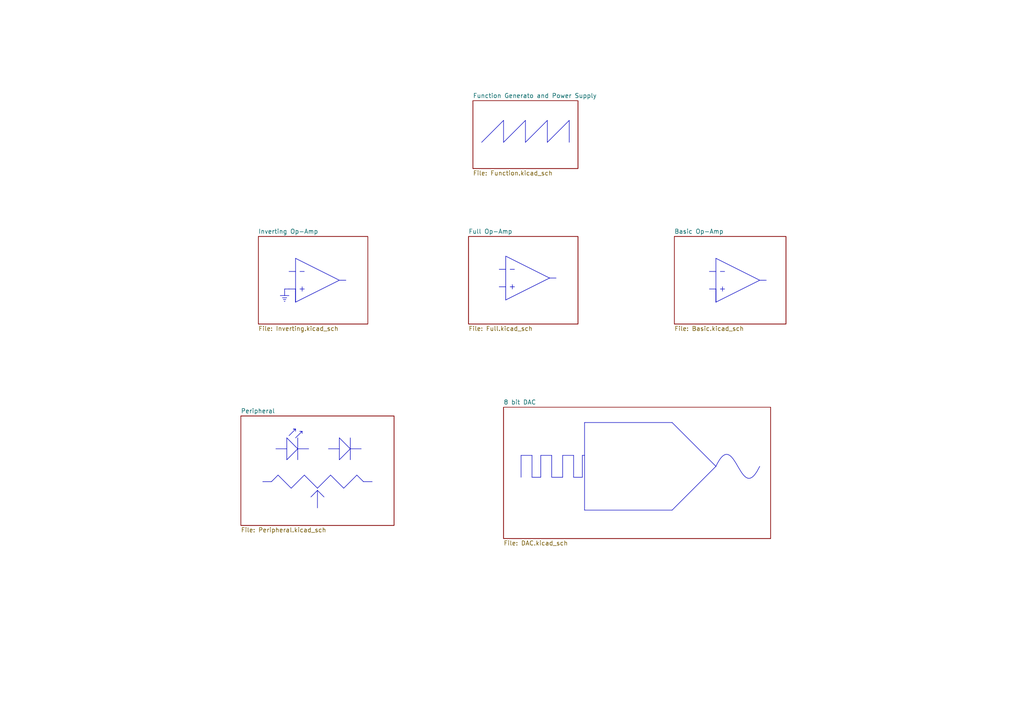
<source format=kicad_sch>
(kicad_sch
	(version 20250114)
	(generator "eeschema")
	(generator_version "9.0")
	(uuid "5c4a903a-e3d4-449c-8c2a-618cbf16a08f")
	(paper "A4")
	(lib_symbols)
	(bezier
		(pts
			(xy 207.645 135.255) (xy 213.36 123.19) (xy 214.63 147.32) (xy 220.345 135.255)
		)
		(stroke
			(width 0)
			(type default)
		)
		(fill
			(type none)
		)
		(uuid ea9deef9-f8ff-4e46-ab7a-b4c50f4ebf4a)
	)
	(polyline
		(pts
			(xy 86.36 130.175) (xy 89.535 130.175)
		)
		(stroke
			(width 0)
			(type default)
		)
		(uuid "0051d779-049f-431f-8f6d-153a32b0df1b")
	)
	(polyline
		(pts
			(xy 86.995 125.095) (xy 87.63 125.095)
		)
		(stroke
			(width 0)
			(type default)
		)
		(uuid "014be18b-b1b0-4395-bbe7-8e1764900078")
	)
	(polyline
		(pts
			(xy 207.645 135.255) (xy 194.945 122.555)
		)
		(stroke
			(width 0)
			(type default)
		)
		(uuid "046815fd-5bd1-4fc4-9a4d-8f55ef0c162e")
	)
	(polyline
		(pts
			(xy 208.915 78.74) (xy 210.185 78.74)
		)
		(stroke
			(width 0)
			(type default)
		)
		(uuid "053f5c37-4b32-432c-8daa-90fb7b6c7942")
	)
	(polyline
		(pts
			(xy 169.545 147.955) (xy 194.945 147.955)
		)
		(stroke
			(width 0)
			(type default)
		)
		(uuid "061cdd66-9965-4026-9228-462653d67f58")
	)
	(polyline
		(pts
			(xy 80.01 130.175) (xy 83.185 130.175)
		)
		(stroke
			(width 0)
			(type default)
		)
		(uuid "0621d592-4646-4cd4-a97f-0608bd360488")
	)
	(polyline
		(pts
			(xy 85.725 83.82) (xy 85.725 87.63)
		)
		(stroke
			(width 0)
			(type default)
		)
		(uuid "0755b62e-b9fa-4597-899e-6f886ccd9802")
	)
	(polyline
		(pts
			(xy 194.945 147.955) (xy 207.645 135.255)
		)
		(stroke
			(width 0)
			(type default)
		)
		(uuid "0838c5f3-8ea0-4248-a7fc-d20f384a78bf")
	)
	(polyline
		(pts
			(xy 87.63 125.095) (xy 87.63 125.73)
		)
		(stroke
			(width 0)
			(type default)
		)
		(uuid "0b458a80-48ad-4287-8d4e-38c59e5adc30")
	)
	(polyline
		(pts
			(xy 148.59 82.55) (xy 148.59 83.82)
		)
		(stroke
			(width 0)
			(type default)
		)
		(uuid "0e9b83c6-31f9-4291-87e5-dfaf05b51fab")
	)
	(polyline
		(pts
			(xy 92.075 142.24) (xy 93.98 144.145)
		)
		(stroke
			(width 0)
			(type default)
		)
		(uuid "0fdd6a94-27f6-4ae5-af6e-4368ec197d5a")
	)
	(polyline
		(pts
			(xy 156.845 132.08) (xy 160.02 132.08)
		)
		(stroke
			(width 0)
			(type default)
		)
		(uuid "1631c0ac-58f7-4f2e-a188-9799fb8d99fc")
	)
	(polyline
		(pts
			(xy 209.55 83.185) (xy 209.55 84.455)
		)
		(stroke
			(width 0)
			(type default)
		)
		(uuid "182ffbd2-b253-4df4-9da0-25142f69df2b")
	)
	(polyline
		(pts
			(xy 160.02 138.43) (xy 163.195 138.43)
		)
		(stroke
			(width 0)
			(type default)
		)
		(uuid "23912ccf-8295-4e47-ace0-16053dab8364")
	)
	(polyline
		(pts
			(xy 76.2 139.7) (xy 78.74 139.7)
		)
		(stroke
			(width 0)
			(type default)
		)
		(uuid "26951cda-2ac4-47fe-bc26-9496463119a5")
	)
	(polyline
		(pts
			(xy 105.41 139.7) (xy 107.95 139.7)
		)
		(stroke
			(width 0)
			(type default)
		)
		(uuid "2a1c4497-f6e3-4e4e-b797-f7e0b28142d3")
	)
	(polyline
		(pts
			(xy 146.05 41.275) (xy 152.4 34.925)
		)
		(stroke
			(width 0)
			(type default)
		)
		(uuid "2ccbf996-2222-4ece-860c-f5f400ad4649")
	)
	(polyline
		(pts
			(xy 144.78 78.105) (xy 146.685 78.105)
		)
		(stroke
			(width 0)
			(type default)
		)
		(uuid "319b90ee-0ed7-4025-b0ea-0af09f244fec")
	)
	(polyline
		(pts
			(xy 205.74 78.74) (xy 207.645 78.74)
		)
		(stroke
			(width 0)
			(type default)
		)
		(uuid "334e7281-cbbe-459a-a3de-4d6e5521534b")
	)
	(polyline
		(pts
			(xy 95.25 130.175) (xy 98.425 130.175)
		)
		(stroke
			(width 0)
			(type default)
		)
		(uuid "36426d4a-cb5c-4a88-b2c6-603e34e56ac1")
	)
	(polyline
		(pts
			(xy 87.63 83.185) (xy 87.63 84.455)
		)
		(stroke
			(width 0)
			(type default)
		)
		(uuid "40fe6e4b-da9a-46cc-8630-9e1986e8f4d4")
	)
	(polyline
		(pts
			(xy 98.425 133.35) (xy 101.6 130.175)
		)
		(stroke
			(width 0)
			(type default)
		)
		(uuid "419789d6-a966-4a67-9fe5-c710480e25e4")
	)
	(polyline
		(pts
			(xy 85.725 74.93) (xy 85.725 87.63)
		)
		(stroke
			(width 0)
			(type default)
		)
		(uuid "433288c2-e66e-40ed-95c1-65094bb9d067")
	)
	(polyline
		(pts
			(xy 101.6 130.175) (xy 104.775 130.175)
		)
		(stroke
			(width 0)
			(type default)
		)
		(uuid "4370f40d-6c82-4a41-9423-deba565bf1df")
	)
	(polyline
		(pts
			(xy 103.505 137.795) (xy 105.41 139.7)
		)
		(stroke
			(width 0)
			(type default)
		)
		(uuid "4434e741-a34c-4a69-b569-9c0620f72d74")
	)
	(polyline
		(pts
			(xy 82.169 86.868) (xy 82.931 86.868)
		)
		(stroke
			(width 0)
			(type default)
		)
		(uuid "448a710a-40bf-439a-8e18-ccd0b5f54b4d")
	)
	(polyline
		(pts
			(xy 154.305 132.08) (xy 154.305 138.43)
		)
		(stroke
			(width 0)
			(type default)
		)
		(uuid "461c63b2-7e73-47cf-8b34-e33c6b512bd5")
	)
	(polyline
		(pts
			(xy 98.425 81.28) (xy 100.33 81.28)
		)
		(stroke
			(width 0)
			(type default)
		)
		(uuid "463228cc-2c6d-42de-adf0-aba1fc184bd4")
	)
	(polyline
		(pts
			(xy 86.995 78.74) (xy 88.265 78.74)
		)
		(stroke
			(width 0)
			(type default)
		)
		(uuid "4677ad55-48a8-4246-a81c-5064ce7f4fc2")
	)
	(polyline
		(pts
			(xy 168.91 132.08) (xy 169.545 132.08)
		)
		(stroke
			(width 0)
			(type default)
		)
		(uuid "492f28e5-dd60-43f1-a185-74adc86751f8")
	)
	(polyline
		(pts
			(xy 101.6 130.175) (xy 98.425 127)
		)
		(stroke
			(width 0)
			(type default)
		)
		(uuid "4afa4eff-e304-4cac-a1c4-69ca90baa021")
	)
	(polyline
		(pts
			(xy 163.195 138.43) (xy 163.195 132.08)
		)
		(stroke
			(width 0)
			(type default)
		)
		(uuid "4bab858c-1e87-40ca-b28c-e30585ea5371")
	)
	(polyline
		(pts
			(xy 98.425 127) (xy 98.425 133.35)
		)
		(stroke
			(width 0)
			(type default)
		)
		(uuid "54549cb9-76f5-4a42-bbdd-c52b82aec364")
	)
	(polyline
		(pts
			(xy 85.725 87.63) (xy 98.425 81.28)
		)
		(stroke
			(width 0)
			(type default)
		)
		(uuid "54ece760-fc43-41c9-b359-8d4fce485ceb")
	)
	(polyline
		(pts
			(xy 158.75 34.925) (xy 158.75 41.275)
		)
		(stroke
			(width 0)
			(type default)
		)
		(uuid "55547aea-7591-4dfa-96ed-52920b6a5bb6")
	)
	(polyline
		(pts
			(xy 152.4 34.925) (xy 152.4 41.275)
		)
		(stroke
			(width 0)
			(type default)
		)
		(uuid "55699560-79b6-4dab-8929-36d12a2d3962")
	)
	(polyline
		(pts
			(xy 146.685 74.295) (xy 146.685 86.995)
		)
		(stroke
			(width 0)
			(type default)
		)
		(uuid "58000717-ad6a-46ee-86d2-ffb0477004e5")
	)
	(polyline
		(pts
			(xy 83.185 133.35) (xy 86.36 130.175)
		)
		(stroke
			(width 0)
			(type default)
		)
		(uuid "5b0c156c-97b7-45f2-babb-105181542bea")
	)
	(polyline
		(pts
			(xy 144.78 83.185) (xy 146.685 83.185)
		)
		(stroke
			(width 0)
			(type default)
		)
		(uuid "5bf5b6fd-f418-404b-9db1-cdfcbf7fc82a")
	)
	(polyline
		(pts
			(xy 80.645 137.795) (xy 84.455 141.605)
		)
		(stroke
			(width 0)
			(type default)
		)
		(uuid "6020edda-7da3-468d-9891-a63e6670184d")
	)
	(polyline
		(pts
			(xy 95.885 137.795) (xy 99.695 141.605)
		)
		(stroke
			(width 0)
			(type default)
		)
		(uuid "610618c6-b2e5-4a11-8e00-f471a0056b65")
	)
	(polyline
		(pts
			(xy 83.82 83.82) (xy 82.55 83.82)
		)
		(stroke
			(width 0)
			(type default)
		)
		(uuid "61465446-dd0d-447b-ac47-1ebd596f189d")
	)
	(polyline
		(pts
			(xy 85.725 127) (xy 87.63 125.095)
		)
		(stroke
			(width 0)
			(type default)
		)
		(uuid "654229c1-81b2-4913-8c23-6b1e3590414c")
	)
	(polyline
		(pts
			(xy 147.955 83.185) (xy 149.225 83.185)
		)
		(stroke
			(width 0)
			(type default)
		)
		(uuid "679eb503-144e-4c97-b3da-535091f3bedc")
	)
	(polyline
		(pts
			(xy 158.75 41.275) (xy 165.1 34.925)
		)
		(stroke
			(width 0)
			(type default)
		)
		(uuid "67a32600-dcc1-4b3b-8e6c-e3ecd216f280")
	)
	(polyline
		(pts
			(xy 85.09 124.46) (xy 85.725 124.46)
		)
		(stroke
			(width 0)
			(type default)
		)
		(uuid "6a8f3a0c-429a-4b2c-ab89-eb8645ca22b8")
	)
	(polyline
		(pts
			(xy 163.195 132.08) (xy 166.37 132.08)
		)
		(stroke
			(width 0)
			(type default)
		)
		(uuid "6b997fec-ce87-4aac-9b41-08b51545e676")
	)
	(polyline
		(pts
			(xy 147.955 78.105) (xy 149.225 78.105)
		)
		(stroke
			(width 0)
			(type default)
		)
		(uuid "769770a9-a256-400f-9f8d-64880a7cb8c6")
	)
	(polyline
		(pts
			(xy 92.075 141.605) (xy 95.885 137.795)
		)
		(stroke
			(width 0)
			(type default)
		)
		(uuid "778ccf7f-cf15-4230-a41e-948e4410f38e")
	)
	(polyline
		(pts
			(xy 207.645 74.93) (xy 207.645 87.63)
		)
		(stroke
			(width 0)
			(type default)
		)
		(uuid "787b6ff1-8c32-44d7-a692-5a82d6dc09ef")
	)
	(polyline
		(pts
			(xy 82.55 83.82) (xy 82.55 85.725)
		)
		(stroke
			(width 0)
			(type default)
		)
		(uuid "789e40be-f7d4-4e71-aa45-6d40c5168275")
	)
	(polyline
		(pts
			(xy 83.185 127) (xy 83.185 133.35)
		)
		(stroke
			(width 0)
			(type default)
		)
		(uuid "7a8e7659-c30c-400f-833f-c0af5a847ab4")
	)
	(polyline
		(pts
			(xy 159.385 80.645) (xy 146.685 74.295)
		)
		(stroke
			(width 0)
			(type default)
		)
		(uuid "7b85dd61-7b83-4df7-9659-35b3f02fdf81")
	)
	(polyline
		(pts
			(xy 84.455 141.605) (xy 88.265 137.795)
		)
		(stroke
			(width 0)
			(type default)
		)
		(uuid "7c6f390c-7af2-4e68-8431-5390c41170f8")
	)
	(polyline
		(pts
			(xy 207.645 83.82) (xy 207.645 87.63)
		)
		(stroke
			(width 0)
			(type default)
		)
		(uuid "810bff07-437a-47e9-a853-e331657761a6")
	)
	(polyline
		(pts
			(xy 146.05 34.925) (xy 146.05 41.275)
		)
		(stroke
			(width 0)
			(type default)
		)
		(uuid "81c1c1ab-2f3d-47e1-8894-d0993a776cd1")
	)
	(polyline
		(pts
			(xy 83.82 126.365) (xy 85.725 124.46)
		)
		(stroke
			(width 0)
			(type default)
		)
		(uuid "8a431290-941f-4390-b0d9-7fa7bbec2990")
	)
	(polyline
		(pts
			(xy 160.02 132.08) (xy 160.02 138.43)
		)
		(stroke
			(width 0)
			(type default)
		)
		(uuid "8ac6d39a-f4cc-4fd5-b4f1-2eea54c0b830")
	)
	(polyline
		(pts
			(xy 85.09 124.46) (xy 85.725 124.46)
		)
		(stroke
			(width 0)
			(type default)
		)
		(uuid "8d961341-9417-4067-9f85-0a0df8d90388")
	)
	(polyline
		(pts
			(xy 165.1 34.925) (xy 165.1 41.275)
		)
		(stroke
			(width 0)
			(type default)
		)
		(uuid "920c7636-6d44-4317-be59-a7920f494476")
	)
	(polyline
		(pts
			(xy 78.74 139.7) (xy 80.645 137.795)
		)
		(stroke
			(width 0)
			(type default)
		)
		(uuid "926166c1-0577-4fb0-894b-39d048a4b325")
	)
	(polyline
		(pts
			(xy 166.37 132.08) (xy 166.37 138.43)
		)
		(stroke
			(width 0)
			(type default)
		)
		(uuid "92cd280a-8d6b-44dd-b50e-5f8b77f862b7")
	)
	(polyline
		(pts
			(xy 151.13 132.08) (xy 154.305 132.08)
		)
		(stroke
			(width 0)
			(type default)
		)
		(uuid "988ed5a0-6604-43e9-9df9-529ddcf4c82b")
	)
	(polyline
		(pts
			(xy 81.915 86.36) (xy 83.185 86.36)
		)
		(stroke
			(width 0)
			(type default)
		)
		(uuid "a15d0409-e827-4424-8337-06241b3b24b4")
	)
	(polyline
		(pts
			(xy 85.725 124.46) (xy 85.725 125.095)
		)
		(stroke
			(width 0)
			(type default)
		)
		(uuid "a2144254-d53b-4728-82ee-2185abf3df76")
	)
	(polyline
		(pts
			(xy 159.385 80.645) (xy 161.29 80.645)
		)
		(stroke
			(width 0)
			(type default)
		)
		(uuid "a649c06a-c203-4411-b6cd-55e7d2c06fdd")
	)
	(polyline
		(pts
			(xy 169.545 122.555) (xy 194.945 122.555)
		)
		(stroke
			(width 0)
			(type default)
		)
		(uuid "aa913a76-a0c0-4e7d-85a1-1e45353599a1")
	)
	(polyline
		(pts
			(xy 207.645 87.63) (xy 220.345 81.28)
		)
		(stroke
			(width 0)
			(type default)
		)
		(uuid "ada7af59-f9ce-4fbb-b1f0-a0769f20e1d0")
	)
	(polyline
		(pts
			(xy 101.6 127) (xy 101.6 133.35)
		)
		(stroke
			(width 0)
			(type default)
		)
		(uuid "af4ee51f-9325-484b-9ab3-1f70ff65b61d")
	)
	(polyline
		(pts
			(xy 86.36 127) (xy 86.36 133.35)
		)
		(stroke
			(width 0)
			(type default)
		)
		(uuid "b0090f40-9e1e-4f88-9dc2-49df151c7ced")
	)
	(polyline
		(pts
			(xy 86.995 83.82) (xy 88.265 83.82)
		)
		(stroke
			(width 0)
			(type default)
		)
		(uuid "b6dc8154-9471-4275-8a11-874a6808228e")
	)
	(polyline
		(pts
			(xy 152.4 41.275) (xy 158.75 34.925)
		)
		(stroke
			(width 0)
			(type default)
		)
		(uuid "bdf5c0c7-dfba-4641-b854-004aaff788e1")
	)
	(polyline
		(pts
			(xy 88.265 137.795) (xy 92.075 141.605)
		)
		(stroke
			(width 0)
			(type default)
		)
		(uuid "be2edcc8-ba02-4a82-b69f-f7eab9c7008a")
	)
	(polyline
		(pts
			(xy 205.74 83.82) (xy 207.645 83.82)
		)
		(stroke
			(width 0)
			(type default)
		)
		(uuid "bfdab6fa-7b1b-49c9-a4d3-265994ce2f52")
	)
	(polyline
		(pts
			(xy 82.423 87.376) (xy 82.677 87.376)
		)
		(stroke
			(width 0)
			(type default)
		)
		(uuid "c057e373-5530-43ce-96ff-92ac7c3e0b8a")
	)
	(polyline
		(pts
			(xy 98.425 81.28) (xy 85.725 74.93)
		)
		(stroke
			(width 0)
			(type default)
		)
		(uuid "c3ca32ad-bbb1-4b7f-9588-e094b8de5f6e")
	)
	(polyline
		(pts
			(xy 99.695 141.605) (xy 103.505 137.795)
		)
		(stroke
			(width 0)
			(type default)
		)
		(uuid "c6c72f02-dccd-4c78-a12c-fda692230e98")
	)
	(polyline
		(pts
			(xy 146.685 86.995) (xy 159.385 80.645)
		)
		(stroke
			(width 0)
			(type default)
		)
		(uuid "cbaf1b00-7277-49bb-ac22-32cb8522409f")
	)
	(polyline
		(pts
			(xy 151.13 138.43) (xy 151.13 132.08)
		)
		(stroke
			(width 0)
			(type default)
		)
		(uuid "cd637428-f4f5-4775-9f19-fee0111d8107")
	)
	(polyline
		(pts
			(xy 83.82 83.82) (xy 85.725 83.82)
		)
		(stroke
			(width 0)
			(type default)
		)
		(uuid "cf8b4366-0e6d-4740-81d5-9157e3080f0d")
	)
	(polyline
		(pts
			(xy 168.91 138.43) (xy 168.91 132.08)
		)
		(stroke
			(width 0)
			(type default)
		)
		(uuid "d0ca10d7-7e94-4523-ab88-92dd445a1812")
	)
	(polyline
		(pts
			(xy 81.28 85.725) (xy 83.82 85.725)
		)
		(stroke
			(width 0)
			(type default)
		)
		(uuid "d20b6ffa-54bc-4aac-9793-06828fe54209")
	)
	(polyline
		(pts
			(xy 220.345 81.28) (xy 222.25 81.28)
		)
		(stroke
			(width 0)
			(type default)
		)
		(uuid "d614309a-268e-4d17-a681-05cbfecc0973")
	)
	(polyline
		(pts
			(xy 146.685 83.185) (xy 146.685 86.995)
		)
		(stroke
			(width 0)
			(type default)
		)
		(uuid "daf1feff-0177-4d10-a215-b4d9512f6f0f")
	)
	(polyline
		(pts
			(xy 139.7 41.275) (xy 146.05 34.925)
		)
		(stroke
			(width 0)
			(type default)
		)
		(uuid "dcf3d5a9-8ddd-42c3-96df-c268f8525695")
	)
	(polyline
		(pts
			(xy 86.36 130.175) (xy 83.185 127)
		)
		(stroke
			(width 0)
			(type default)
		)
		(uuid "e367aa19-7403-4a3a-a498-450796fb37ce")
	)
	(polyline
		(pts
			(xy 220.345 81.28) (xy 207.645 74.93)
		)
		(stroke
			(width 0)
			(type default)
		)
		(uuid "e404184e-bbcb-42f2-b14f-ba89e7776aa8")
	)
	(polyline
		(pts
			(xy 83.82 78.74) (xy 85.725 78.74)
		)
		(stroke
			(width 0)
			(type default)
		)
		(uuid "e981163c-887b-4678-8495-840383ada115")
	)
	(polyline
		(pts
			(xy 154.305 138.43) (xy 156.845 138.43)
		)
		(stroke
			(width 0)
			(type default)
		)
		(uuid "ebc9dbad-e366-4099-bcbf-45a00ea86360")
	)
	(polyline
		(pts
			(xy 156.845 138.43) (xy 156.845 132.08)
		)
		(stroke
			(width 0)
			(type default)
		)
		(uuid "ece20eb5-ffb4-48b2-86be-24d161e3ee3e")
	)
	(polyline
		(pts
			(xy 169.545 122.555) (xy 169.545 147.955)
		)
		(stroke
			(width 0)
			(type default)
		)
		(uuid "ed63720e-8d90-4062-a9c6-fff4be9c935b")
	)
	(polyline
		(pts
			(xy 92.075 142.24) (xy 92.075 147.32)
		)
		(stroke
			(width 0)
			(type default)
		)
		(uuid "eeae1426-e361-4dda-8b99-c253bc459c74")
	)
	(polyline
		(pts
			(xy 90.17 144.145) (xy 92.075 142.24)
		)
		(stroke
			(width 0)
			(type default)
		)
		(uuid "ef48d6d5-1a55-43f7-bdb6-5e08c1038a6e")
	)
	(polyline
		(pts
			(xy 208.915 83.82) (xy 210.185 83.82)
		)
		(stroke
			(width 0)
			(type default)
		)
		(uuid "f7d98972-c196-44c0-a730-8f2bec2df25d")
	)
	(polyline
		(pts
			(xy 166.37 138.43) (xy 168.91 138.43)
		)
		(stroke
			(width 0)
			(type default)
		)
		(uuid "fa92468d-71ae-44b6-8e90-121a52881d1f")
	)
	(polyline
		(pts
			(xy 86.995 125.095) (xy 87.63 125.095)
		)
		(stroke
			(width 0)
			(type default)
		)
		(uuid "fbc2961c-4061-4bbb-972b-ffb9dcf3e961")
	)
	(sheet
		(at 74.93 68.58)
		(size 31.75 25.4)
		(exclude_from_sim no)
		(in_bom yes)
		(on_board yes)
		(dnp no)
		(fields_autoplaced yes)
		(stroke
			(width 0.1524)
			(type solid)
		)
		(fill
			(color 0 0 0 0.0000)
		)
		(uuid "0c3d5375-59ad-4a96-9904-d4a342964cf9")
		(property "Sheetname" "Inverting Op-Amp"
			(at 74.93 67.8684 0)
			(effects
				(font
					(size 1.27 1.27)
				)
				(justify left bottom)
			)
		)
		(property "Sheetfile" "Inverting.kicad_sch"
			(at 74.93 94.5646 0)
			(effects
				(font
					(size 1.27 1.27)
				)
				(justify left top)
			)
		)
		(instances
			(project "Op-Amp Training Kit"
				(path "/5c4a903a-e3d4-449c-8c2a-618cbf16a08f"
					(page "2")
				)
			)
		)
	)
	(sheet
		(at 135.89 68.58)
		(size 31.75 25.4)
		(exclude_from_sim no)
		(in_bom yes)
		(on_board yes)
		(dnp no)
		(fields_autoplaced yes)
		(stroke
			(width 0.1524)
			(type solid)
		)
		(fill
			(color 0 0 0 0.0000)
		)
		(uuid "1e81675f-65b4-44f7-876a-d7b268cc7c1a")
		(property "Sheetname" "Full Op-Amp"
			(at 135.89 67.8684 0)
			(effects
				(font
					(size 1.27 1.27)
				)
				(justify left bottom)
			)
		)
		(property "Sheetfile" "Full.kicad_sch"
			(at 135.89 94.5646 0)
			(effects
				(font
					(size 1.27 1.27)
				)
				(justify left top)
			)
		)
		(instances
			(project "Op-Amp Training Kit"
				(path "/5c4a903a-e3d4-449c-8c2a-618cbf16a08f"
					(page "3")
				)
			)
		)
	)
	(sheet
		(at 69.85 120.65)
		(size 44.45 31.75)
		(exclude_from_sim no)
		(in_bom yes)
		(on_board yes)
		(dnp no)
		(fields_autoplaced yes)
		(stroke
			(width 0.1524)
			(type solid)
		)
		(fill
			(color 0 0 0 0.0000)
		)
		(uuid "747d7fa1-7868-4878-b4f1-e6bff8902b26")
		(property "Sheetname" "Peripheral"
			(at 69.85 119.9384 0)
			(effects
				(font
					(size 1.27 1.27)
				)
				(justify left bottom)
			)
		)
		(property "Sheetfile" "Peripheral.kicad_sch"
			(at 69.85 152.9846 0)
			(effects
				(font
					(size 1.27 1.27)
				)
				(justify left top)
			)
		)
		(instances
			(project "Op-Amp Training Kit"
				(path "/5c4a903a-e3d4-449c-8c2a-618cbf16a08f"
					(page "7")
				)
			)
		)
	)
	(sheet
		(at 146.05 118.11)
		(size 77.47 38.1)
		(exclude_from_sim no)
		(in_bom yes)
		(on_board yes)
		(dnp no)
		(fields_autoplaced yes)
		(stroke
			(width 0.1524)
			(type solid)
		)
		(fill
			(color 0 0 0 0.0000)
		)
		(uuid "78bf3870-1940-4193-9889-8231181d33bc")
		(property "Sheetname" "8 bit DAC"
			(at 146.05 117.3984 0)
			(effects
				(font
					(size 1.27 1.27)
				)
				(justify left bottom)
			)
		)
		(property "Sheetfile" "DAC.kicad_sch"
			(at 146.05 156.7946 0)
			(effects
				(font
					(size 1.27 1.27)
				)
				(justify left top)
			)
		)
		(instances
			(project "Op-Amp Training Kit"
				(path "/5c4a903a-e3d4-449c-8c2a-618cbf16a08f"
					(page "6")
				)
			)
		)
	)
	(sheet
		(at 195.58 68.58)
		(size 32.385 25.4)
		(exclude_from_sim no)
		(in_bom yes)
		(on_board yes)
		(dnp no)
		(fields_autoplaced yes)
		(stroke
			(width 0.1524)
			(type solid)
		)
		(fill
			(color 0 0 0 0.0000)
		)
		(uuid "af2807b8-b768-4a13-933e-f95a21c1f656")
		(property "Sheetname" "Basic Op-Amp"
			(at 195.58 67.8684 0)
			(effects
				(font
					(size 1.27 1.27)
				)
				(justify left bottom)
			)
		)
		(property "Sheetfile" "Basic.kicad_sch"
			(at 195.58 94.5646 0)
			(effects
				(font
					(size 1.27 1.27)
				)
				(justify left top)
			)
		)
		(instances
			(project "Op-Amp Training Kit"
				(path "/5c4a903a-e3d4-449c-8c2a-618cbf16a08f"
					(page "4")
				)
			)
		)
	)
	(sheet
		(at 137.16 29.21)
		(size 30.48 19.685)
		(exclude_from_sim no)
		(in_bom yes)
		(on_board yes)
		(dnp no)
		(fields_autoplaced yes)
		(stroke
			(width 0.1524)
			(type solid)
		)
		(fill
			(color 0 0 0 0.0000)
		)
		(uuid "f420064a-cfa6-4f4a-8ce7-9635e8abb5ac")
		(property "Sheetname" "Function Generato and Power Supply"
			(at 137.16 28.4984 0)
			(effects
				(font
					(size 1.27 1.27)
				)
				(justify left bottom)
			)
		)
		(property "Sheetfile" "Function.kicad_sch"
			(at 137.16 49.4796 0)
			(effects
				(font
					(size 1.27 1.27)
				)
				(justify left top)
			)
		)
		(instances
			(project "Op-Amp Training Kit"
				(path "/5c4a903a-e3d4-449c-8c2a-618cbf16a08f"
					(page "5")
				)
			)
		)
	)
	(sheet_instances
		(path "/"
			(page "1")
		)
	)
	(embedded_fonts no)
)

</source>
